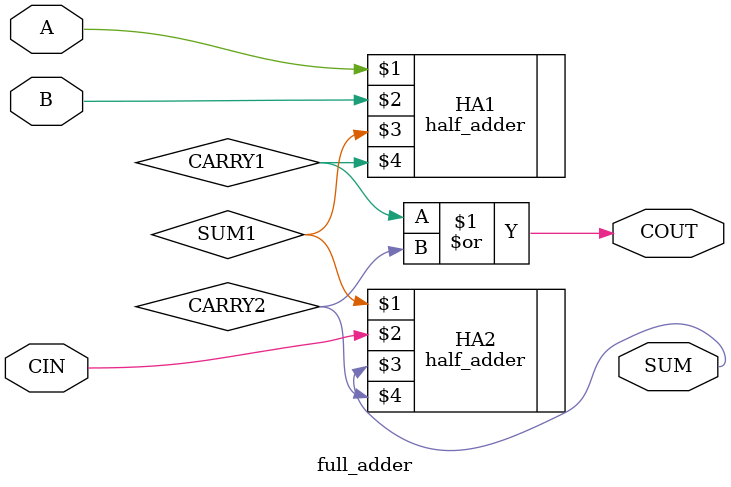
<source format=v>
`include "assign1_problem3_half_adder.v"

module full_adder(input A, input B, input CIN, output SUM, output COUT);
    wire SUM1, CARRY1, CARRY2;

    half_adder HA1(A, B, SUM1, CARRY1);

    half_adder HA2(SUM1, CIN, SUM, CARRY2);

    or g1(COUT, CARRY1, CARRY2);
endmodule
</source>
